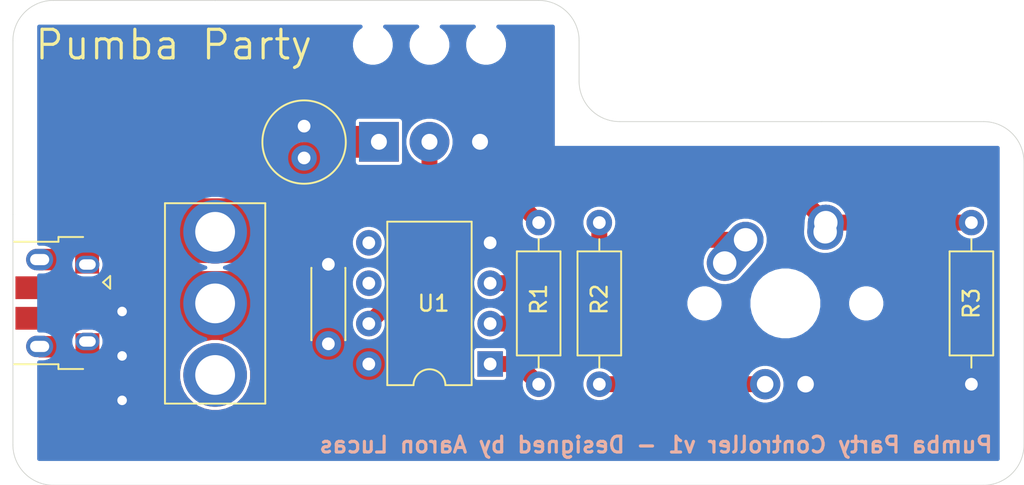
<source format=kicad_pcb>
(kicad_pcb (version 20171130) (host pcbnew "(5.1.8-0-10_14)")

  (general
    (thickness 1.6)
    (drawings 17)
    (tracks 37)
    (zones 0)
    (modules 13)
    (nets 16)
  )

  (page A4)
  (layers
    (0 F.Cu signal)
    (31 B.Cu signal)
    (32 B.Adhes user)
    (33 F.Adhes user)
    (34 B.Paste user)
    (35 F.Paste user)
    (36 B.SilkS user)
    (37 F.SilkS user)
    (38 B.Mask user)
    (39 F.Mask user)
    (40 Dwgs.User user)
    (41 Cmts.User user)
    (42 Eco1.User user)
    (43 Eco2.User user)
    (44 Edge.Cuts user)
    (45 Margin user)
    (46 B.CrtYd user)
    (47 F.CrtYd user)
    (48 B.Fab user hide)
    (49 F.Fab user hide)
  )

  (setup
    (last_trace_width 0.5)
    (user_trace_width 1)
    (user_trace_width 2)
    (trace_clearance 0.2)
    (zone_clearance 0.2)
    (zone_45_only no)
    (trace_min 0.2)
    (via_size 1.2)
    (via_drill 0.6)
    (via_min_size 0.4)
    (via_min_drill 0.3)
    (uvia_size 0.3)
    (uvia_drill 0.1)
    (uvias_allowed no)
    (uvia_min_size 0.2)
    (uvia_min_drill 0.1)
    (edge_width 0.05)
    (segment_width 0.2)
    (pcb_text_width 0.3)
    (pcb_text_size 1.5 1.5)
    (mod_edge_width 0.12)
    (mod_text_size 1 1)
    (mod_text_width 0.15)
    (pad_size 1.524 1.524)
    (pad_drill 0.762)
    (pad_to_mask_clearance 0.051)
    (solder_mask_min_width 0.25)
    (aux_axis_origin 0 0)
    (visible_elements FFFFFF7F)
    (pcbplotparams
      (layerselection 0x010f0_ffffffff)
      (usegerberextensions false)
      (usegerberattributes false)
      (usegerberadvancedattributes false)
      (creategerberjobfile false)
      (excludeedgelayer true)
      (linewidth 0.100000)
      (plotframeref false)
      (viasonmask false)
      (mode 1)
      (useauxorigin false)
      (hpglpennumber 1)
      (hpglpenspeed 20)
      (hpglpendiameter 15.000000)
      (psnegative false)
      (psa4output false)
      (plotreference true)
      (plotvalue true)
      (plotinvisibletext false)
      (padsonsilk false)
      (subtractmaskfromsilk false)
      (outputformat 1)
      (mirror false)
      (drillshape 0)
      (scaleselection 1)
      (outputdirectory "Gerbers/"))
  )

  (net 0 "")
  (net 1 GND)
  (net 2 +5V)
  (net 3 "Net-(J1-Pad6)")
  (net 4 "Net-(J1-Pad4)")
  (net 5 "Net-(J1-Pad3)")
  (net 6 "Net-(J1-Pad2)")
  (net 7 "Net-(J1-Pad1)")
  (net 8 "Net-(J2-Pad2)")
  (net 9 "Net-(MX1-Pad3)")
  (net 10 "Net-(MX1-Pad2)")
  (net 11 "Net-(R1-Pad2)")
  (net 12 "Net-(R2-Pad1)")
  (net 13 "Net-(U1-Pad6)")
  (net 14 "Net-(U1-Pad5)")
  (net 15 "Net-(SW1-Pad3)")

  (net_class Default "This is the default net class."
    (clearance 0.2)
    (trace_width 0.5)
    (via_dia 1.2)
    (via_drill 0.6)
    (uvia_dia 0.3)
    (uvia_drill 0.1)
    (add_net +5V)
    (add_net GND)
    (add_net "Net-(J1-Pad1)")
    (add_net "Net-(J1-Pad2)")
    (add_net "Net-(J1-Pad3)")
    (add_net "Net-(J1-Pad4)")
    (add_net "Net-(J1-Pad6)")
    (add_net "Net-(J2-Pad2)")
    (add_net "Net-(MX1-Pad2)")
    (add_net "Net-(MX1-Pad3)")
    (add_net "Net-(R1-Pad2)")
    (add_net "Net-(R2-Pad1)")
    (add_net "Net-(SW1-Pad3)")
    (add_net "Net-(U1-Pad5)")
    (add_net "Net-(U1-Pad6)")
  )

  (net_class Power ""
    (clearance 0.5)
    (trace_width 1)
    (via_dia 2.4)
    (via_drill 1.2)
    (uvia_dia 0.3)
    (uvia_drill 0.1)
  )

  (net_class ThickPower ""
    (clearance 1)
    (trace_width 2)
    (via_dia 5.08)
    (via_drill 2.54)
    (uvia_dia 0.3)
    (uvia_drill 0.1)
  )

  (module MountingHole:MountingHole_2.1mm (layer F.Cu) (tedit 5B924765) (tstamp 5FDA9C02)
    (at 133.858 78.994 180)
    (descr "Mounting Hole 2.1mm, no annular")
    (tags "mounting hole 2.1mm no annular")
    (attr virtual)
    (fp_text reference REF** (at 0 -3.2) (layer F.SilkS) hide
      (effects (font (size 1 1) (thickness 0.15)))
    )
    (fp_text value MountingHole_2.1mm (at 0 3.2) (layer F.Fab)
      (effects (font (size 1 1) (thickness 0.15)))
    )
    (fp_circle (center 0 0) (end 2.35 0) (layer F.CrtYd) (width 0.05))
    (fp_circle (center 0 0) (end 2.1 0) (layer Cmts.User) (width 0.15))
    (fp_text user %R (at 0.3 0) (layer F.Fab)
      (effects (font (size 1 1) (thickness 0.15)))
    )
    (pad "" np_thru_hole circle (at 0 0 180) (size 2.1 2.1) (drill 2.1) (layers *.Cu *.Mask))
  )

  (module MountingHole:MountingHole_2.1mm (layer F.Cu) (tedit 5B924765) (tstamp 5FDA9BED)
    (at 137.414 78.994 180)
    (descr "Mounting Hole 2.1mm, no annular")
    (tags "mounting hole 2.1mm no annular")
    (attr virtual)
    (fp_text reference REF** (at 0 -3.2) (layer F.SilkS) hide
      (effects (font (size 1 1) (thickness 0.15)))
    )
    (fp_text value MountingHole_2.1mm (at 0 3.2) (layer F.Fab)
      (effects (font (size 1 1) (thickness 0.15)))
    )
    (fp_circle (center 0 0) (end 2.35 0) (layer F.CrtYd) (width 0.05))
    (fp_circle (center 0 0) (end 2.1 0) (layer Cmts.User) (width 0.15))
    (fp_text user %R (at 0.3 0) (layer F.Fab)
      (effects (font (size 1 1) (thickness 0.15)))
    )
    (pad "" np_thru_hole circle (at 0 0 180) (size 2.1 2.1) (drill 2.1) (layers *.Cu *.Mask))
  )

  (module MountingHole:MountingHole_2.1mm (layer F.Cu) (tedit 5B924765) (tstamp 5FDA9BD8)
    (at 140.97 78.994 180)
    (descr "Mounting Hole 2.1mm, no annular")
    (tags "mounting hole 2.1mm no annular")
    (attr virtual)
    (fp_text reference REF** (at 0 3.302) (layer F.SilkS) hide
      (effects (font (size 1 1) (thickness 0.15)))
    )
    (fp_text value MountingHole_2.1mm (at 0 3.2) (layer F.Fab)
      (effects (font (size 1 1) (thickness 0.15)))
    )
    (fp_circle (center 0 0) (end 2.35 0) (layer F.CrtYd) (width 0.05))
    (fp_circle (center 0 0) (end 2.1 0) (layer Cmts.User) (width 0.15))
    (fp_text user %R (at 0.3 0) (layer F.Fab)
      (effects (font (size 1 1) (thickness 0.15)))
    )
    (pad "" np_thru_hole circle (at 0 0 180) (size 2.1 2.1) (drill 2.1) (layers *.Cu *.Mask))
  )

  (module Resistor_THT:R_Axial_DIN0207_L6.3mm_D2.5mm_P10.16mm_Horizontal (layer F.Cu) (tedit 5AE5139B) (tstamp 5FD495BA)
    (at 171.45 90.17 270)
    (descr "Resistor, Axial_DIN0207 series, Axial, Horizontal, pin pitch=10.16mm, 0.25W = 1/4W, length*diameter=6.3*2.5mm^2, http://cdn-reichelt.de/documents/datenblatt/B400/1_4W%23YAG.pdf")
    (tags "Resistor Axial_DIN0207 series Axial Horizontal pin pitch 10.16mm 0.25W = 1/4W length 6.3mm diameter 2.5mm")
    (path /5FD627C9)
    (fp_text reference R3 (at 5.08 0 90) (layer F.SilkS)
      (effects (font (size 1 1) (thickness 0.15)))
    )
    (fp_text value 10k (at 5.08 2.37 90) (layer F.Fab)
      (effects (font (size 1 1) (thickness 0.15)))
    )
    (fp_line (start 11.21 -1.5) (end -1.05 -1.5) (layer F.CrtYd) (width 0.05))
    (fp_line (start 11.21 1.5) (end 11.21 -1.5) (layer F.CrtYd) (width 0.05))
    (fp_line (start -1.05 1.5) (end 11.21 1.5) (layer F.CrtYd) (width 0.05))
    (fp_line (start -1.05 -1.5) (end -1.05 1.5) (layer F.CrtYd) (width 0.05))
    (fp_line (start 9.12 0) (end 8.35 0) (layer F.SilkS) (width 0.12))
    (fp_line (start 1.04 0) (end 1.81 0) (layer F.SilkS) (width 0.12))
    (fp_line (start 8.35 -1.37) (end 1.81 -1.37) (layer F.SilkS) (width 0.12))
    (fp_line (start 8.35 1.37) (end 8.35 -1.37) (layer F.SilkS) (width 0.12))
    (fp_line (start 1.81 1.37) (end 8.35 1.37) (layer F.SilkS) (width 0.12))
    (fp_line (start 1.81 -1.37) (end 1.81 1.37) (layer F.SilkS) (width 0.12))
    (fp_line (start 10.16 0) (end 8.23 0) (layer F.Fab) (width 0.1))
    (fp_line (start 0 0) (end 1.93 0) (layer F.Fab) (width 0.1))
    (fp_line (start 8.23 -1.25) (end 1.93 -1.25) (layer F.Fab) (width 0.1))
    (fp_line (start 8.23 1.25) (end 8.23 -1.25) (layer F.Fab) (width 0.1))
    (fp_line (start 1.93 1.25) (end 8.23 1.25) (layer F.Fab) (width 0.1))
    (fp_line (start 1.93 -1.25) (end 1.93 1.25) (layer F.Fab) (width 0.1))
    (fp_text user %R (at 5.08 0 90) (layer F.Fab)
      (effects (font (size 1 1) (thickness 0.15)))
    )
    (pad 1 thru_hole circle (at 0 0 270) (size 1.6 1.6) (drill 0.8) (layers *.Cu *.Mask)
      (net 10 "Net-(MX1-Pad2)"))
    (pad 2 thru_hole oval (at 10.16 0 270) (size 1.6 1.6) (drill 0.8) (layers *.Cu *.Mask)
      (net 1 GND))
    (model ${KISYS3DMOD}/Resistor_THT.3dshapes/R_Axial_DIN0207_L6.3mm_D2.5mm_P10.16mm_Horizontal.wrl
      (at (xyz 0 0 0))
      (scale (xyz 1 1 1))
      (rotate (xyz 0 0 0))
    )
  )

  (module Resistor_THT:R_Axial_DIN0207_L6.3mm_D2.5mm_P10.16mm_Horizontal (layer F.Cu) (tedit 5AE5139B) (tstamp 5FDC4E50)
    (at 148.082 90.17 270)
    (descr "Resistor, Axial_DIN0207 series, Axial, Horizontal, pin pitch=10.16mm, 0.25W = 1/4W, length*diameter=6.3*2.5mm^2, http://cdn-reichelt.de/documents/datenblatt/B400/1_4W%23YAG.pdf")
    (tags "Resistor Axial_DIN0207 series Axial Horizontal pin pitch 10.16mm 0.25W = 1/4W length 6.3mm diameter 2.5mm")
    (path /5FD5936B)
    (fp_text reference R2 (at 4.826 0 90) (layer F.SilkS)
      (effects (font (size 1 1) (thickness 0.15)))
    )
    (fp_text value R_LED (at 5.08 2.37 90) (layer F.Fab)
      (effects (font (size 1 1) (thickness 0.15)))
    )
    (fp_line (start 1.93 -1.25) (end 1.93 1.25) (layer F.Fab) (width 0.1))
    (fp_line (start 1.93 1.25) (end 8.23 1.25) (layer F.Fab) (width 0.1))
    (fp_line (start 8.23 1.25) (end 8.23 -1.25) (layer F.Fab) (width 0.1))
    (fp_line (start 8.23 -1.25) (end 1.93 -1.25) (layer F.Fab) (width 0.1))
    (fp_line (start 0 0) (end 1.93 0) (layer F.Fab) (width 0.1))
    (fp_line (start 10.16 0) (end 8.23 0) (layer F.Fab) (width 0.1))
    (fp_line (start 1.81 -1.37) (end 1.81 1.37) (layer F.SilkS) (width 0.12))
    (fp_line (start 1.81 1.37) (end 8.35 1.37) (layer F.SilkS) (width 0.12))
    (fp_line (start 8.35 1.37) (end 8.35 -1.37) (layer F.SilkS) (width 0.12))
    (fp_line (start 8.35 -1.37) (end 1.81 -1.37) (layer F.SilkS) (width 0.12))
    (fp_line (start 1.04 0) (end 1.81 0) (layer F.SilkS) (width 0.12))
    (fp_line (start 9.12 0) (end 8.35 0) (layer F.SilkS) (width 0.12))
    (fp_line (start -1.05 -1.5) (end -1.05 1.5) (layer F.CrtYd) (width 0.05))
    (fp_line (start -1.05 1.5) (end 11.21 1.5) (layer F.CrtYd) (width 0.05))
    (fp_line (start 11.21 1.5) (end 11.21 -1.5) (layer F.CrtYd) (width 0.05))
    (fp_line (start 11.21 -1.5) (end -1.05 -1.5) (layer F.CrtYd) (width 0.05))
    (fp_text user %R (at 5.08 0 90) (layer F.Fab)
      (effects (font (size 1 1) (thickness 0.15)))
    )
    (pad 2 thru_hole oval (at 10.16 0 270) (size 1.6 1.6) (drill 0.8) (layers *.Cu *.Mask)
      (net 9 "Net-(MX1-Pad3)"))
    (pad 1 thru_hole circle (at 0 0 270) (size 1.6 1.6) (drill 0.8) (layers *.Cu *.Mask)
      (net 12 "Net-(R2-Pad1)"))
    (model ${KISYS3DMOD}/Resistor_THT.3dshapes/R_Axial_DIN0207_L6.3mm_D2.5mm_P10.16mm_Horizontal.wrl
      (at (xyz 0 0 0))
      (scale (xyz 1 1 1))
      (rotate (xyz 0 0 0))
    )
  )

  (module Package_DIP:DIP-8_W7.62mm (layer F.Cu) (tedit 5A02E8C5) (tstamp 5FDC1875)
    (at 141.224 99.06 180)
    (descr "8-lead though-hole mounted DIP package, row spacing 7.62 mm (300 mils)")
    (tags "THT DIP DIL PDIP 2.54mm 7.62mm 300mil")
    (path /5FD41BB6)
    (fp_text reference U1 (at 3.556 3.81) (layer F.SilkS)
      (effects (font (size 1 1) (thickness 0.15)))
    )
    (fp_text value ATtiny85-20PU (at 3.81 9.95) (layer F.Fab)
      (effects (font (size 1 1) (thickness 0.15)))
    )
    (fp_line (start 8.7 -1.55) (end -1.1 -1.55) (layer F.CrtYd) (width 0.05))
    (fp_line (start 8.7 9.15) (end 8.7 -1.55) (layer F.CrtYd) (width 0.05))
    (fp_line (start -1.1 9.15) (end 8.7 9.15) (layer F.CrtYd) (width 0.05))
    (fp_line (start -1.1 -1.55) (end -1.1 9.15) (layer F.CrtYd) (width 0.05))
    (fp_line (start 6.46 -1.33) (end 4.81 -1.33) (layer F.SilkS) (width 0.12))
    (fp_line (start 6.46 8.95) (end 6.46 -1.33) (layer F.SilkS) (width 0.12))
    (fp_line (start 1.16 8.95) (end 6.46 8.95) (layer F.SilkS) (width 0.12))
    (fp_line (start 1.16 -1.33) (end 1.16 8.95) (layer F.SilkS) (width 0.12))
    (fp_line (start 2.81 -1.33) (end 1.16 -1.33) (layer F.SilkS) (width 0.12))
    (fp_line (start 0.635 -0.27) (end 1.635 -1.27) (layer F.Fab) (width 0.1))
    (fp_line (start 0.635 8.89) (end 0.635 -0.27) (layer F.Fab) (width 0.1))
    (fp_line (start 6.985 8.89) (end 0.635 8.89) (layer F.Fab) (width 0.1))
    (fp_line (start 6.985 -1.27) (end 6.985 8.89) (layer F.Fab) (width 0.1))
    (fp_line (start 1.635 -1.27) (end 6.985 -1.27) (layer F.Fab) (width 0.1))
    (fp_arc (start 3.81 -1.33) (end 2.81 -1.33) (angle -180) (layer F.SilkS) (width 0.12))
    (fp_text user %R (at 3.81 3.81) (layer F.Fab)
      (effects (font (size 1 1) (thickness 0.15)))
    )
    (pad 1 thru_hole rect (at 0 0 180) (size 1.6 1.6) (drill 0.8) (layers *.Cu *.Mask)
      (net 11 "Net-(R1-Pad2)"))
    (pad 5 thru_hole oval (at 7.62 7.62 180) (size 1.6 1.6) (drill 0.8) (layers *.Cu *.Mask)
      (net 14 "Net-(U1-Pad5)"))
    (pad 2 thru_hole oval (at 0 2.54 180) (size 1.6 1.6) (drill 0.8) (layers *.Cu *.Mask)
      (net 12 "Net-(R2-Pad1)"))
    (pad 6 thru_hole oval (at 7.62 5.08 180) (size 1.6 1.6) (drill 0.8) (layers *.Cu *.Mask)
      (net 13 "Net-(U1-Pad6)"))
    (pad 3 thru_hole oval (at 0 5.08 180) (size 1.6 1.6) (drill 0.8) (layers *.Cu *.Mask)
      (net 10 "Net-(MX1-Pad2)"))
    (pad 7 thru_hole oval (at 7.62 2.54 180) (size 1.6 1.6) (drill 0.8) (layers *.Cu *.Mask)
      (net 8 "Net-(J2-Pad2)"))
    (pad 4 thru_hole oval (at 0 7.62 180) (size 1.6 1.6) (drill 0.8) (layers *.Cu *.Mask)
      (net 1 GND))
    (pad 8 thru_hole oval (at 7.62 0 180) (size 1.6 1.6) (drill 0.8) (layers *.Cu *.Mask)
      (net 2 +5V))
    (model ${KISYS3DMOD}/Package_DIP.3dshapes/DIP-8_W7.62mm.wrl
      (at (xyz 0 0 0))
      (scale (xyz 1 1 1))
      (rotate (xyz 0 0 0))
    )
  )

  (module Switches:SPDT_Toggle_Switch_Jaycar_ST0546 (layer F.Cu) (tedit 5FD44C06) (tstamp 5FDAA22F)
    (at 123.952 95.25)
    (path /5FD4EA2C)
    (fp_text reference SW1 (at 0 -7.62) (layer F.SilkS) hide
      (effects (font (size 1 1) (thickness 0.15)))
    )
    (fp_text value SW_SPDT (at 0 -8) (layer F.Fab)
      (effects (font (size 1 1) (thickness 0.15)))
    )
    (fp_line (start -3.15 -6.3) (end 3.15 -6.3) (layer F.SilkS) (width 0.12))
    (fp_line (start 3.15 -6.3) (end 3.15 6.3) (layer F.SilkS) (width 0.12))
    (fp_line (start 3.15 6.3) (end -3.15 6.3) (layer F.SilkS) (width 0.12))
    (fp_line (start -3.15 6.3) (end -3.15 -6.3) (layer F.SilkS) (width 0.12))
    (pad 3 thru_hole circle (at 0 4.5) (size 4 4) (drill 2.5) (layers *.Cu *.Mask)
      (net 15 "Net-(SW1-Pad3)"))
    (pad 2 thru_hole circle (at 0 0) (size 4 4) (drill 2.5) (layers *.Cu *.Mask)
      (net 2 +5V))
    (pad 1 thru_hole circle (at 0 -4.5) (size 4 4) (drill 2.5) (layers *.Cu *.Mask)
      (net 7 "Net-(J1-Pad1)"))
  )

  (module Resistor_THT:R_Axial_DIN0207_L6.3mm_D2.5mm_P10.16mm_Horizontal (layer F.Cu) (tedit 5AE5139B) (tstamp 5FDC0B9C)
    (at 144.272 90.17 270)
    (descr "Resistor, Axial_DIN0207 series, Axial, Horizontal, pin pitch=10.16mm, 0.25W = 1/4W, length*diameter=6.3*2.5mm^2, http://cdn-reichelt.de/documents/datenblatt/B400/1_4W%23YAG.pdf")
    (tags "Resistor Axial_DIN0207 series Axial Horizontal pin pitch 10.16mm 0.25W = 1/4W length 6.3mm diameter 2.5mm")
    (path /5FD4CC78)
    (fp_text reference R1 (at 4.826 0 90) (layer F.SilkS)
      (effects (font (size 1 1) (thickness 0.15)))
    )
    (fp_text value 10k (at 5.08 2.37 90) (layer F.Fab)
      (effects (font (size 1 1) (thickness 0.15)))
    )
    (fp_line (start 1.93 -1.25) (end 1.93 1.25) (layer F.Fab) (width 0.1))
    (fp_line (start 1.93 1.25) (end 8.23 1.25) (layer F.Fab) (width 0.1))
    (fp_line (start 8.23 1.25) (end 8.23 -1.25) (layer F.Fab) (width 0.1))
    (fp_line (start 8.23 -1.25) (end 1.93 -1.25) (layer F.Fab) (width 0.1))
    (fp_line (start 0 0) (end 1.93 0) (layer F.Fab) (width 0.1))
    (fp_line (start 10.16 0) (end 8.23 0) (layer F.Fab) (width 0.1))
    (fp_line (start 1.81 -1.37) (end 1.81 1.37) (layer F.SilkS) (width 0.12))
    (fp_line (start 1.81 1.37) (end 8.35 1.37) (layer F.SilkS) (width 0.12))
    (fp_line (start 8.35 1.37) (end 8.35 -1.37) (layer F.SilkS) (width 0.12))
    (fp_line (start 8.35 -1.37) (end 1.81 -1.37) (layer F.SilkS) (width 0.12))
    (fp_line (start 1.04 0) (end 1.81 0) (layer F.SilkS) (width 0.12))
    (fp_line (start 9.12 0) (end 8.35 0) (layer F.SilkS) (width 0.12))
    (fp_line (start -1.05 -1.5) (end -1.05 1.5) (layer F.CrtYd) (width 0.05))
    (fp_line (start -1.05 1.5) (end 11.21 1.5) (layer F.CrtYd) (width 0.05))
    (fp_line (start 11.21 1.5) (end 11.21 -1.5) (layer F.CrtYd) (width 0.05))
    (fp_line (start 11.21 -1.5) (end -1.05 -1.5) (layer F.CrtYd) (width 0.05))
    (fp_text user %R (at 5.08 0 90) (layer F.Fab)
      (effects (font (size 1 1) (thickness 0.15)))
    )
    (pad 2 thru_hole oval (at 10.16 0 270) (size 1.6 1.6) (drill 0.8) (layers *.Cu *.Mask)
      (net 11 "Net-(R1-Pad2)"))
    (pad 1 thru_hole circle (at 0 0 270) (size 1.6 1.6) (drill 0.8) (layers *.Cu *.Mask)
      (net 2 +5V))
    (model ${KISYS3DMOD}/Resistor_THT.3dshapes/R_Axial_DIN0207_L6.3mm_D2.5mm_P10.16mm_Horizontal.wrl
      (at (xyz 0 0 0))
      (scale (xyz 1 1 1))
      (rotate (xyz 0 0 0))
    )
  )

  (module MX_Alps_Hybrid:MX-1U (layer F.Cu) (tedit 5A9F3A9A) (tstamp 5FD47EB2)
    (at 159.766 95.25)
    (path /5FD521B1)
    (fp_text reference MX1 (at 0 3.175) (layer Dwgs.User)
      (effects (font (size 1 1) (thickness 0.15)))
    )
    (fp_text value MX-LED (at 0 -7.9375) (layer Dwgs.User)
      (effects (font (size 1 1) (thickness 0.15)))
    )
    (fp_line (start 5 -7) (end 7 -7) (layer Dwgs.User) (width 0.15))
    (fp_line (start 7 -7) (end 7 -5) (layer Dwgs.User) (width 0.15))
    (fp_line (start 5 7) (end 7 7) (layer Dwgs.User) (width 0.15))
    (fp_line (start 7 7) (end 7 5) (layer Dwgs.User) (width 0.15))
    (fp_line (start -7 5) (end -7 7) (layer Dwgs.User) (width 0.15))
    (fp_line (start -7 7) (end -5 7) (layer Dwgs.User) (width 0.15))
    (fp_line (start -5 -7) (end -7 -7) (layer Dwgs.User) (width 0.15))
    (fp_line (start -7 -7) (end -7 -5) (layer Dwgs.User) (width 0.15))
    (fp_line (start -9.525 -9.525) (end 9.525 -9.525) (layer Dwgs.User) (width 0.15))
    (fp_line (start 9.525 -9.525) (end 9.525 9.525) (layer Dwgs.User) (width 0.15))
    (fp_line (start 9.525 9.525) (end -9.525 9.525) (layer Dwgs.User) (width 0.15))
    (fp_line (start -9.525 9.525) (end -9.525 -9.525) (layer Dwgs.User) (width 0.15))
    (pad "" np_thru_hole circle (at 5.08 0 48.0996) (size 1.75 1.75) (drill 1.75) (layers *.Cu *.Mask))
    (pad "" np_thru_hole circle (at -5.08 0 48.0996) (size 1.75 1.75) (drill 1.75) (layers *.Cu *.Mask))
    (pad 4 thru_hole rect (at 1.27 5.08) (size 1.905 1.905) (drill 1.04) (layers *.Cu B.Mask)
      (net 1 GND))
    (pad 3 thru_hole circle (at -1.27 5.08) (size 1.905 1.905) (drill 1.04) (layers *.Cu B.Mask)
      (net 9 "Net-(MX1-Pad3)"))
    (pad 1 thru_hole circle (at -2.5 -4) (size 2.25 2.25) (drill 1.47) (layers *.Cu B.Mask)
      (net 2 +5V))
    (pad "" np_thru_hole circle (at 0 0) (size 3.9878 3.9878) (drill 3.9878) (layers *.Cu *.Mask))
    (pad 1 thru_hole oval (at -3.81 -2.54 48.0996) (size 4.211556 2.25) (drill 1.47 (offset 0.980778 0)) (layers *.Cu B.Mask)
      (net 2 +5V))
    (pad 2 thru_hole circle (at 2.54 -5.08) (size 2.25 2.25) (drill 1.47) (layers *.Cu B.Mask)
      (net 10 "Net-(MX1-Pad2)"))
    (pad 2 thru_hole oval (at 2.5 -4.5 86.0548) (size 2.831378 2.25) (drill 1.47 (offset 0.290689 0)) (layers *.Cu B.Mask)
      (net 10 "Net-(MX1-Pad2)"))
  )

  (module Connector_Wire:SolderWirePad_1x03_P3.175mm_Drill1mm (layer F.Cu) (tedit 5AEE5F67) (tstamp 5FD48BF4)
    (at 134.239 85.09)
    (descr "Wire solder connection")
    (tags connector)
    (path /5FD7C6A4)
    (attr virtual)
    (fp_text reference J2 (at 9.525 0) (layer F.SilkS) hide
      (effects (font (size 1 1) (thickness 0.15)))
    )
    (fp_text value Conn_01x03 (at 3.175 3.175) (layer F.Fab)
      (effects (font (size 1 1) (thickness 0.15)))
    )
    (fp_line (start 8.1 1.75) (end -1.74 1.75) (layer F.CrtYd) (width 0.05))
    (fp_line (start 8.1 1.75) (end 8.1 -1.75) (layer F.CrtYd) (width 0.05))
    (fp_line (start -1.74 -1.75) (end -1.74 1.75) (layer F.CrtYd) (width 0.05))
    (fp_line (start -1.74 -1.75) (end 8.1 -1.75) (layer F.CrtYd) (width 0.05))
    (fp_text user %R (at 3.175 0) (layer F.Fab)
      (effects (font (size 1 1) (thickness 0.15)))
    )
    (pad 1 thru_hole rect (at 0 0) (size 2.49936 2.49936) (drill 1.00076) (layers *.Cu *.Mask)
      (net 2 +5V))
    (pad 2 thru_hole circle (at 3.175 0) (size 2.49936 2.49936) (drill 1.00076) (layers *.Cu *.Mask)
      (net 8 "Net-(J2-Pad2)"))
    (pad 3 thru_hole circle (at 6.35 0) (size 2.49936 2.49936) (drill 1.00076) (layers *.Cu *.Mask)
      (net 1 GND))
  )

  (module Connector_USB:USB_Micro-B_Amphenol_10103594-0001LF_Horizontal (layer F.Cu) (tedit 5A1DC0BD) (tstamp 5FDAA38E)
    (at 114.046 95.25 270)
    (descr "Micro USB Type B 10103594-0001LF, http://cdn.amphenol-icc.com/media/wysiwyg/files/drawing/10103594.pdf")
    (tags "USB USB_B USB_micro USB_OTG")
    (path /5FD44597)
    (attr smd)
    (fp_text reference J1 (at 5.08 -2.032 180) (layer F.SilkS) hide
      (effects (font (size 1 1) (thickness 0.15)))
    )
    (fp_text value USB_B_Micro (at -0.025 4.435 90) (layer F.Fab)
      (effects (font (size 1 1) (thickness 0.15)))
    )
    (fp_line (start -4.175 -0.065) (end -4.175 -1.615) (layer F.SilkS) (width 0.12))
    (fp_line (start -4.175 -0.065) (end -3.875 -0.065) (layer F.SilkS) (width 0.12))
    (fp_line (start -3.875 2.735) (end -3.875 -0.065) (layer F.SilkS) (width 0.12))
    (fp_line (start 4.125 -0.065) (end 4.125 -1.615) (layer F.SilkS) (width 0.12))
    (fp_line (start 3.825 -0.065) (end 4.125 -0.065) (layer F.SilkS) (width 0.12))
    (fp_line (start 3.825 2.735) (end 3.825 -0.065) (layer F.SilkS) (width 0.12))
    (fp_line (start -0.925 -3.315) (end -1.325 -2.865) (layer F.SilkS) (width 0.12))
    (fp_line (start -1.725 -3.315) (end -0.925 -3.315) (layer F.SilkS) (width 0.12))
    (fp_line (start -1.325 -2.865) (end -1.725 -3.315) (layer F.SilkS) (width 0.12))
    (fp_line (start -3.775 -0.865) (end -2.975 -1.615) (layer F.Fab) (width 0.12))
    (fp_line (start 3.725 3.335) (end -3.775 3.335) (layer F.Fab) (width 0.12))
    (fp_line (start 3.725 -1.615) (end 3.725 3.335) (layer F.Fab) (width 0.12))
    (fp_line (start -2.975 -1.615) (end 3.725 -1.615) (layer F.Fab) (width 0.12))
    (fp_line (start -3.775 3.335) (end -3.775 -0.865) (layer F.Fab) (width 0.12))
    (fp_line (start -4.025 2.835) (end 3.975 2.835) (layer Dwgs.User) (width 0.1))
    (fp_line (start -4.13 -2.88) (end 4.14 -2.88) (layer F.CrtYd) (width 0.05))
    (fp_line (start -4.13 -2.88) (end -4.13 3.58) (layer F.CrtYd) (width 0.05))
    (fp_line (start 4.14 3.58) (end 4.14 -2.88) (layer F.CrtYd) (width 0.05))
    (fp_line (start 4.14 3.58) (end -4.13 3.58) (layer F.CrtYd) (width 0.05))
    (fp_text user %R (at -0.025 -0.015 90) (layer F.Fab)
      (effects (font (size 1 1) (thickness 0.15)))
    )
    (fp_text user "PCB edge" (at -0.025 2.235 90) (layer Dwgs.User)
      (effects (font (size 0.5 0.5) (thickness 0.075)))
    )
    (pad 6 smd rect (at 0.935 1.385) (size 2.5 1.43) (layers F.Cu F.Paste F.Mask)
      (net 3 "Net-(J1-Pad6)"))
    (pad 6 smd rect (at -0.985 1.385) (size 2.5 1.43) (layers F.Cu F.Paste F.Mask)
      (net 3 "Net-(J1-Pad6)"))
    (pad 6 thru_hole oval (at 2.705 1.115) (size 1.7 1.35) (drill oval 1.2 0.7) (layers *.Cu *.Mask)
      (net 3 "Net-(J1-Pad6)"))
    (pad 6 thru_hole oval (at -2.755 1.115) (size 1.7 1.35) (drill oval 1.2 0.7) (layers *.Cu *.Mask)
      (net 3 "Net-(J1-Pad6)"))
    (pad 6 thru_hole oval (at 2.395 -1.885) (size 1.5 1.1) (drill oval 1.05 0.65) (layers *.Cu *.Mask)
      (net 3 "Net-(J1-Pad6)"))
    (pad 6 thru_hole oval (at -2.445 -1.885) (size 1.5 1.1) (drill oval 1.05 0.65) (layers *.Cu *.Mask)
      (net 3 "Net-(J1-Pad6)"))
    (pad 5 smd rect (at 1.275 -1.765) (size 1.65 0.4) (layers F.Cu F.Paste F.Mask)
      (net 1 GND))
    (pad 4 smd rect (at 0.625 -1.765) (size 1.65 0.4) (layers F.Cu F.Paste F.Mask)
      (net 4 "Net-(J1-Pad4)"))
    (pad 3 smd rect (at -0.025 -1.765) (size 1.65 0.4) (layers F.Cu F.Paste F.Mask)
      (net 5 "Net-(J1-Pad3)"))
    (pad 2 smd rect (at -0.675 -1.765) (size 1.65 0.4) (layers F.Cu F.Paste F.Mask)
      (net 6 "Net-(J1-Pad2)"))
    (pad 1 smd rect (at -1.325 -1.765) (size 1.65 0.4) (layers F.Cu F.Paste F.Mask)
      (net 7 "Net-(J1-Pad1)"))
    (pad 6 smd rect (at 2.875 -1.885 270) (size 2 1.5) (layers F.Cu F.Paste F.Mask)
      (net 3 "Net-(J1-Pad6)"))
    (pad 6 smd rect (at -2.875 -1.865 270) (size 2 1.5) (layers F.Cu F.Paste F.Mask)
      (net 3 "Net-(J1-Pad6)"))
    (pad 6 smd rect (at 2.975 -0.565 270) (size 1.825 0.7) (layers F.Cu F.Paste F.Mask)
      (net 3 "Net-(J1-Pad6)"))
    (pad 6 smd rect (at -2.975 -0.565 270) (size 1.825 0.7) (layers F.Cu F.Paste F.Mask)
      (net 3 "Net-(J1-Pad6)"))
    (pad 6 smd rect (at -2.755 0.185 270) (size 1.35 2) (layers F.Cu F.Paste F.Mask)
      (net 3 "Net-(J1-Pad6)"))
    (pad 6 smd rect (at 2.725 0.185 270) (size 1.35 2) (layers F.Cu F.Paste F.Mask)
      (net 3 "Net-(J1-Pad6)"))
    (model ${KISYS3DMOD}/Connector_USB.3dshapes/USB_Micro-B_Amphenol_10103594-0001LF_Horizontal.wrl
      (at (xyz 0 0 0))
      (scale (xyz 1 1 1))
      (rotate (xyz 0 0 0))
    )
  )

  (module Capacitor_THT:C_Radial_D5.0mm_H11.0mm_P2.00mm (layer F.Cu) (tedit 5BC5C9B9) (tstamp 5FD48FDC)
    (at 129.54 86.106 90)
    (descr "C, Radial series, Radial, pin pitch=2.00mm, diameter=5mm, height=11mm, Non-Polar Electrolytic Capacitor")
    (tags "C Radial series Radial pin pitch 2.00mm diameter 5mm height 11mm Non-Polar Electrolytic Capacitor")
    (path /5FD47CAB)
    (fp_text reference C2 (at 1.016 -4.064 180) (layer F.SilkS) hide
      (effects (font (size 1 1) (thickness 0.15)))
    )
    (fp_text value 10u (at 1 3.75 90) (layer F.Fab)
      (effects (font (size 1 1) (thickness 0.15)))
    )
    (fp_circle (center 1 0) (end 3.5 0) (layer F.Fab) (width 0.1))
    (fp_circle (center 1 0) (end 3.62 0) (layer F.SilkS) (width 0.12))
    (fp_circle (center 1 0) (end 3.75 0) (layer F.CrtYd) (width 0.05))
    (fp_text user %R (at 1 0 90) (layer F.Fab)
      (effects (font (size 1 1) (thickness 0.15)))
    )
    (pad 2 thru_hole circle (at 2 0 90) (size 1.6 1.6) (drill 0.8) (layers *.Cu *.Mask)
      (net 1 GND))
    (pad 1 thru_hole circle (at 0 0 90) (size 1.6 1.6) (drill 0.8) (layers *.Cu *.Mask)
      (net 2 +5V))
    (model ${KISYS3DMOD}/Capacitor_THT.3dshapes/C_Radial_D5.0mm_H11.0mm_P2.00mm.wrl
      (at (xyz 0 0 0))
      (scale (xyz 1 1 1))
      (rotate (xyz 0 0 0))
    )
  )

  (module Capacitor_THT:C_Disc_D4.3mm_W1.9mm_P5.00mm (layer F.Cu) (tedit 5AE50EF0) (tstamp 5FDAA76A)
    (at 131.064 97.79 90)
    (descr "C, Disc series, Radial, pin pitch=5.00mm, , diameter*width=4.3*1.9mm^2, Capacitor, http://www.vishay.com/docs/45233/krseries.pdf")
    (tags "C Disc series Radial pin pitch 5.00mm  diameter 4.3mm width 1.9mm Capacitor")
    (path /5FD485FE)
    (fp_text reference C1 (at 6.858 0 180) (layer F.SilkS) hide
      (effects (font (size 1 1) (thickness 0.15)))
    )
    (fp_text value 0.1u (at 2.5 2.2 90) (layer F.Fab)
      (effects (font (size 1 1) (thickness 0.15)))
    )
    (fp_line (start 0.35 -0.95) (end 0.35 0.95) (layer F.Fab) (width 0.1))
    (fp_line (start 0.35 0.95) (end 4.65 0.95) (layer F.Fab) (width 0.1))
    (fp_line (start 4.65 0.95) (end 4.65 -0.95) (layer F.Fab) (width 0.1))
    (fp_line (start 4.65 -0.95) (end 0.35 -0.95) (layer F.Fab) (width 0.1))
    (fp_line (start 0.23 -1.07) (end 4.77 -1.07) (layer F.SilkS) (width 0.12))
    (fp_line (start 0.23 1.07) (end 4.77 1.07) (layer F.SilkS) (width 0.12))
    (fp_line (start 0.23 -1.07) (end 0.23 -1.055) (layer F.SilkS) (width 0.12))
    (fp_line (start 0.23 1.055) (end 0.23 1.07) (layer F.SilkS) (width 0.12))
    (fp_line (start 4.77 -1.07) (end 4.77 -1.055) (layer F.SilkS) (width 0.12))
    (fp_line (start 4.77 1.055) (end 4.77 1.07) (layer F.SilkS) (width 0.12))
    (fp_line (start -1.05 -1.2) (end -1.05 1.2) (layer F.CrtYd) (width 0.05))
    (fp_line (start -1.05 1.2) (end 6.05 1.2) (layer F.CrtYd) (width 0.05))
    (fp_line (start 6.05 1.2) (end 6.05 -1.2) (layer F.CrtYd) (width 0.05))
    (fp_line (start 6.05 -1.2) (end -1.05 -1.2) (layer F.CrtYd) (width 0.05))
    (fp_text user %R (at 2.5 0 90) (layer F.Fab)
      (effects (font (size 0.86 0.86) (thickness 0.129)))
    )
    (pad 2 thru_hole circle (at 5 0 90) (size 1.6 1.6) (drill 0.8) (layers *.Cu *.Mask)
      (net 1 GND))
    (pad 1 thru_hole circle (at 0 0 90) (size 1.6 1.6) (drill 0.8) (layers *.Cu *.Mask)
      (net 2 +5V))
    (model ${KISYS3DMOD}/Capacitor_THT.3dshapes/C_Disc_D4.3mm_W1.9mm_P5.00mm.wrl
      (at (xyz 0 0 0))
      (scale (xyz 1 1 1))
      (rotate (xyz 0 0 0))
    )
  )

  (gr_text "Pumba Party Controller v1 - Designed by Aaron Lucas" (at 151.638 104.14) (layer B.SilkS)
    (effects (font (size 1 1) (thickness 0.2)) (justify mirror))
  )
  (gr_text "Pumba Party" (at 112.522 78.994) (layer F.SilkS)
    (effects (font (size 1.8 1.8) (thickness 0.2)) (justify left))
  )
  (gr_line (start 146.812 78.74) (end 146.812 81.28) (layer Edge.Cuts) (width 0.05) (tstamp 5FDC250C))
  (gr_arc (start 144.272 78.74) (end 146.812 78.74) (angle -90) (layer Edge.Cuts) (width 0.05))
  (gr_arc (start 149.352 81.28) (end 146.812 81.28) (angle -90) (layer Edge.Cuts) (width 0.05))
  (gr_arc (start 113.792 78.74) (end 113.792 76.2) (angle -90) (layer Edge.Cuts) (width 0.05))
  (gr_line (start 111.252 78.74) (end 111.252 89.662) (layer Edge.Cuts) (width 0.05) (tstamp 5FDC2492))
  (gr_line (start 123.952 76.2) (end 113.792 76.2) (layer Edge.Cuts) (width 0.05))
  (gr_line (start 144.272 76.2) (end 123.952 76.2) (layer Edge.Cuts) (width 0.05))
  (gr_arc (start 113.792 104.14) (end 111.252 104.14) (angle -90) (layer Edge.Cuts) (width 0.05))
  (gr_arc (start 172.212 104.14) (end 172.212 106.68) (angle -90) (layer Edge.Cuts) (width 0.05))
  (gr_arc (start 172.212 86.36) (end 174.752 86.36) (angle -90) (layer Edge.Cuts) (width 0.05))
  (gr_line (start 149.352 83.82) (end 162.052 83.82) (layer Edge.Cuts) (width 0.05))
  (gr_line (start 172.212 83.82) (end 162.052 83.82) (layer Edge.Cuts) (width 0.05))
  (gr_line (start 174.752 104.14) (end 174.752 86.36) (layer Edge.Cuts) (width 0.05))
  (gr_line (start 113.792 106.68) (end 172.212 106.68) (layer Edge.Cuts) (width 0.05))
  (gr_line (start 111.252 89.662) (end 111.252 104.14) (layer Edge.Cuts) (width 0.05))

  (via (at 118.11 95.758) (size 1.2) (drill 0.6) (layers F.Cu B.Cu) (net 1))
  (via (at 118.11 101.346) (size 1.2) (drill 0.6) (layers F.Cu B.Cu) (net 1) (tstamp 5FDC461F))
  (via (at 118.11 98.552) (size 1.2) (drill 0.6) (layers F.Cu B.Cu) (net 1))
  (segment (start 131.516002 85.09) (end 130.500001 86.106001) (width 2) (layer F.Cu) (net 2))
  (segment (start 134.239 85.09) (end 131.516002 85.09) (width 2) (layer F.Cu) (net 2))
  (segment (start 130.500001 86.106001) (end 129.540001 86.106001) (width 2) (layer F.Cu) (net 2))
  (segment (start 129.540001 86.106001) (end 128.27 87.376002) (width 2) (layer F.Cu) (net 2))
  (segment (start 128.27 87.376002) (end 128.27 93.472) (width 2) (layer F.Cu) (net 2))
  (segment (start 135.636 100.33) (end 134.112 100.33) (width 1) (layer F.Cu) (net 2))
  (segment (start 139.192 91.186) (end 139.192 96.774) (width 1) (layer F.Cu) (net 2))
  (segment (start 141.007999 89.370001) (end 139.192 91.186) (width 1) (layer F.Cu) (net 2))
  (segment (start 143.472001 89.370001) (end 141.007999 89.370001) (width 1) (layer F.Cu) (net 2))
  (segment (start 139.192 96.774) (end 135.636 100.33) (width 1) (layer F.Cu) (net 2))
  (segment (start 144.272 90.17) (end 143.472001 89.370001) (width 1) (layer F.Cu) (net 2))
  (segment (start 133.35 103.124) (end 133.35 101.346) (width 1) (layer F.Cu) (net 2))
  (segment (start 143.764 103.886) (end 134.112 103.886) (width 1) (layer F.Cu) (net 2))
  (segment (start 146.05 99.06) (end 146.05 101.6) (width 1) (layer F.Cu) (net 2))
  (segment (start 146.05 101.6) (end 143.764 103.886) (width 1) (layer F.Cu) (net 2))
  (segment (start 134.112 103.886) (end 133.35 103.124) (width 1) (layer F.Cu) (net 2))
  (segment (start 153.86 91.25) (end 146.05 99.06) (width 1) (layer F.Cu) (net 2))
  (segment (start 157.266 91.25) (end 153.86 91.25) (width 1) (layer F.Cu) (net 2))
  (segment (start 137.414 92.71) (end 137.414 85.09) (width 1) (layer F.Cu) (net 8))
  (segment (start 133.604 96.52) (end 137.414 92.71) (width 1) (layer F.Cu) (net 8))
  (segment (start 148.082 100.33) (end 158.496 100.33) (width 1) (layer F.Cu) (net 9))
  (segment (start 171.45 90.17) (end 162.306 90.17) (width 1) (layer F.Cu) (net 10))
  (segment (start 161.181001 89.045001) (end 162.306 90.17) (width 1) (layer F.Cu) (net 10))
  (segment (start 160.02 87.884) (end 161.181001 89.045001) (width 1) (layer F.Cu) (net 10))
  (segment (start 141.224 93.98) (end 144.272 93.98) (width 1) (layer F.Cu) (net 10))
  (segment (start 146.05 89.154) (end 147.32 87.884) (width 1) (layer F.Cu) (net 10))
  (segment (start 144.272 93.98) (end 146.05 92.202) (width 1) (layer F.Cu) (net 10))
  (segment (start 147.32 87.884) (end 160.02 87.884) (width 1) (layer F.Cu) (net 10))
  (segment (start 146.05 92.202) (end 146.05 89.154) (width 1) (layer F.Cu) (net 10))
  (segment (start 141.224 99.06) (end 143.002 99.06) (width 1) (layer F.Cu) (net 11))
  (segment (start 143.002 99.06) (end 144.272 100.33) (width 1) (layer F.Cu) (net 11))
  (segment (start 148.082 93.726) (end 148.082 90.17) (width 1) (layer F.Cu) (net 12))
  (segment (start 145.288 96.52) (end 148.082 93.726) (width 1) (layer F.Cu) (net 12))
  (segment (start 141.224 96.52) (end 145.288 96.52) (width 1) (layer F.Cu) (net 12))

  (zone (net 7) (net_name "Net-(J1-Pad1)") (layer F.Cu) (tstamp 5FDC556B) (hatch edge 0.508)
    (connect_pads yes (clearance 0.2))
    (min_thickness 0.254)
    (fill yes (arc_segments 32) (thermal_gap 0.508) (thermal_bridge_width 0.508))
    (polygon
      (pts
        (xy 114.808 93.472) (xy 114.808 94.234) (xy 119.38 94.234) (xy 120.904 92.71) (xy 126.492 92.71)
        (xy 126.492 88.646) (xy 120.904 88.646) (xy 119.38 90.17) (xy 116.84 92.456) (xy 116.84 93.472)
      )
    )
    (filled_polygon
      (pts
        (xy 126.365 92.583) (xy 120.904 92.583) (xy 120.879224 92.58544) (xy 120.855399 92.592667) (xy 120.833443 92.604403)
        (xy 120.814197 92.620197) (xy 119.327394 94.107) (xy 116.824894 94.107) (xy 116.81855 94.101794) (xy 116.761743 94.07143)
        (xy 116.700103 94.052732) (xy 116.636 94.046418) (xy 114.986 94.046418) (xy 114.935 94.051441) (xy 114.935 93.612548)
        (xy 114.97845 93.648206) (xy 115.035257 93.67857) (xy 115.096897 93.697268) (xy 115.161 93.703582) (xy 116.661 93.703582)
        (xy 116.725103 93.697268) (xy 116.786743 93.67857) (xy 116.84355 93.648206) (xy 116.893343 93.607343) (xy 116.934206 93.55755)
        (xy 116.935911 93.55436) (xy 116.945597 93.542557) (xy 116.957333 93.520601) (xy 116.961765 93.505992) (xy 116.96457 93.500743)
        (xy 116.983268 93.439103) (xy 116.989582 93.375) (xy 116.989582 92.995805) (xy 116.99531 92.976922) (xy 117.012243 92.805)
        (xy 116.99531 92.633078) (xy 116.989582 92.614195) (xy 116.989582 92.492237) (xy 119.464959 90.264398) (xy 119.469803 90.259803)
        (xy 120.956606 88.773) (xy 126.365 88.773)
      )
    )
  )
  (zone (net 2) (net_name +5V) (layer F.Cu) (tstamp 5FDC5568) (hatch edge 0.508)
    (connect_pads yes (clearance 0.2))
    (min_thickness 0.254)
    (fill yes (arc_segments 32) (thermal_gap 0.508) (thermal_bridge_width 0.508))
    (polygon
      (pts
        (xy 120.904 93.218) (xy 120.904 97.536) (xy 120.904 102.362) (xy 127 102.362) (xy 131.826 102.362)
        (xy 134.62 102.362) (xy 134.62 98.044) (xy 132.08 98.044) (xy 132.08 94.488) (xy 129.286 94.488)
        (xy 129.286 93.218)
      )
    )
    (filled_polygon
      (pts
        (xy 129.159 94.488) (xy 129.16144 94.512776) (xy 129.168667 94.536601) (xy 129.180403 94.558557) (xy 129.196197 94.577803)
        (xy 129.215443 94.593597) (xy 129.237399 94.605333) (xy 129.261224 94.61256) (xy 129.286 94.615) (xy 131.953 94.615)
        (xy 131.953 98.044) (xy 131.95544 98.068776) (xy 131.962667 98.092601) (xy 131.974403 98.114557) (xy 131.990197 98.133803)
        (xy 132.009443 98.149597) (xy 132.031399 98.161333) (xy 132.055224 98.16856) (xy 132.08 98.171) (xy 134.493 98.171)
        (xy 134.493 102.235) (xy 121.031 102.235) (xy 121.031 99.520811) (xy 121.625 99.520811) (xy 121.625 99.979189)
        (xy 121.714426 100.428761) (xy 121.88984 100.852248) (xy 122.144501 101.233376) (xy 122.468624 101.557499) (xy 122.849752 101.81216)
        (xy 123.273239 101.987574) (xy 123.722811 102.077) (xy 124.181189 102.077) (xy 124.630761 101.987574) (xy 125.054248 101.81216)
        (xy 125.435376 101.557499) (xy 125.759499 101.233376) (xy 126.01416 100.852248) (xy 126.189574 100.428761) (xy 126.279 99.979189)
        (xy 126.279 99.520811) (xy 126.189574 99.071239) (xy 126.01416 98.647752) (xy 125.759499 98.266624) (xy 125.435376 97.942501)
        (xy 125.054248 97.68784) (xy 124.630761 97.512426) (xy 124.181189 97.423) (xy 123.722811 97.423) (xy 123.273239 97.512426)
        (xy 122.849752 97.68784) (xy 122.468624 97.942501) (xy 122.144501 98.266624) (xy 121.88984 98.647752) (xy 121.714426 99.071239)
        (xy 121.625 99.520811) (xy 121.031 99.520811) (xy 121.031 93.345) (xy 129.159 93.345)
      )
    )
  )
  (zone (net 1) (net_name GND) (layer B.Cu) (tstamp 5FDC5565) (hatch edge 0.508)
    (connect_pads yes (clearance 0.2))
    (min_thickness 0.254)
    (fill yes (arc_segments 32) (thermal_gap 0.508) (thermal_bridge_width 0.508))
    (polygon
      (pts
        (xy 145.288 85.344) (xy 173.228 85.344) (xy 173.228 105.156) (xy 112.776 105.156) (xy 112.776 77.724)
        (xy 145.288 77.724)
      )
    )
    (filled_polygon
      (pts
        (xy 132.980213 77.924414) (xy 132.788414 78.116213) (xy 132.637718 78.341746) (xy 132.533917 78.592344) (xy 132.481 78.858377)
        (xy 132.481 79.129623) (xy 132.533917 79.395656) (xy 132.637718 79.646254) (xy 132.788414 79.871787) (xy 132.980213 80.063586)
        (xy 133.205746 80.214282) (xy 133.456344 80.318083) (xy 133.722377 80.371) (xy 133.993623 80.371) (xy 134.259656 80.318083)
        (xy 134.510254 80.214282) (xy 134.735787 80.063586) (xy 134.927586 79.871787) (xy 135.078282 79.646254) (xy 135.182083 79.395656)
        (xy 135.235 79.129623) (xy 135.235 78.858377) (xy 135.182083 78.592344) (xy 135.078282 78.341746) (xy 134.927586 78.116213)
        (xy 134.735787 77.924414) (xy 134.625915 77.851) (xy 136.646085 77.851) (xy 136.536213 77.924414) (xy 136.344414 78.116213)
        (xy 136.193718 78.341746) (xy 136.089917 78.592344) (xy 136.037 78.858377) (xy 136.037 79.129623) (xy 136.089917 79.395656)
        (xy 136.193718 79.646254) (xy 136.344414 79.871787) (xy 136.536213 80.063586) (xy 136.761746 80.214282) (xy 137.012344 80.318083)
        (xy 137.278377 80.371) (xy 137.549623 80.371) (xy 137.815656 80.318083) (xy 138.066254 80.214282) (xy 138.291787 80.063586)
        (xy 138.483586 79.871787) (xy 138.634282 79.646254) (xy 138.738083 79.395656) (xy 138.791 79.129623) (xy 138.791 78.858377)
        (xy 138.738083 78.592344) (xy 138.634282 78.341746) (xy 138.483586 78.116213) (xy 138.291787 77.924414) (xy 138.181915 77.851)
        (xy 140.202085 77.851) (xy 140.092213 77.924414) (xy 139.900414 78.116213) (xy 139.749718 78.341746) (xy 139.645917 78.592344)
        (xy 139.593 78.858377) (xy 139.593 79.129623) (xy 139.645917 79.395656) (xy 139.749718 79.646254) (xy 139.900414 79.871787)
        (xy 140.092213 80.063586) (xy 140.317746 80.214282) (xy 140.568344 80.318083) (xy 140.834377 80.371) (xy 141.105623 80.371)
        (xy 141.371656 80.318083) (xy 141.622254 80.214282) (xy 141.847787 80.063586) (xy 142.039586 79.871787) (xy 142.190282 79.646254)
        (xy 142.294083 79.395656) (xy 142.347 79.129623) (xy 142.347 78.858377) (xy 142.294083 78.592344) (xy 142.190282 78.341746)
        (xy 142.039586 78.116213) (xy 141.847787 77.924414) (xy 141.737915 77.851) (xy 145.161 77.851) (xy 145.161 85.344)
        (xy 145.16344 85.368776) (xy 145.170667 85.392601) (xy 145.182403 85.414557) (xy 145.198197 85.433803) (xy 145.217443 85.449597)
        (xy 145.239399 85.461333) (xy 145.263224 85.46856) (xy 145.288 85.471) (xy 173.101 85.471) (xy 173.101 105.029)
        (xy 112.903 105.029) (xy 112.903 98.957) (xy 113.155223 98.957) (xy 113.302426 98.942502) (xy 113.491304 98.885206)
        (xy 113.665375 98.792164) (xy 113.817949 98.666949) (xy 113.943164 98.514375) (xy 114.036206 98.340304) (xy 114.093502 98.151426)
        (xy 114.112848 97.955) (xy 114.093502 97.758574) (xy 114.05905 97.645) (xy 114.849757 97.645) (xy 114.86669 97.816922)
        (xy 114.916838 97.982237) (xy 114.998273 98.134592) (xy 115.107867 98.268133) (xy 115.241408 98.377727) (xy 115.393763 98.459162)
        (xy 115.559078 98.50931) (xy 115.687921 98.522) (xy 116.174079 98.522) (xy 116.302922 98.50931) (xy 116.468237 98.459162)
        (xy 116.620592 98.377727) (xy 116.754133 98.268133) (xy 116.863727 98.134592) (xy 116.945162 97.982237) (xy 116.99531 97.816922)
        (xy 117.012243 97.645) (xy 116.99531 97.473078) (xy 116.945162 97.307763) (xy 116.863727 97.155408) (xy 116.754133 97.021867)
        (xy 116.620592 96.912273) (xy 116.468237 96.830838) (xy 116.302922 96.78069) (xy 116.174079 96.768) (xy 115.687921 96.768)
        (xy 115.559078 96.78069) (xy 115.393763 96.830838) (xy 115.241408 96.912273) (xy 115.107867 97.021867) (xy 114.998273 97.155408)
        (xy 114.916838 97.307763) (xy 114.86669 97.473078) (xy 114.849757 97.645) (xy 114.05905 97.645) (xy 114.036206 97.569696)
        (xy 113.943164 97.395625) (xy 113.817949 97.243051) (xy 113.665375 97.117836) (xy 113.491304 97.024794) (xy 113.302426 96.967498)
        (xy 113.155223 96.953) (xy 112.903 96.953) (xy 112.903 93.497) (xy 113.155223 93.497) (xy 113.302426 93.482502)
        (xy 113.491304 93.425206) (xy 113.665375 93.332164) (xy 113.817949 93.206949) (xy 113.943164 93.054375) (xy 114.036206 92.880304)
        (xy 114.059049 92.805) (xy 114.849757 92.805) (xy 114.86669 92.976922) (xy 114.916838 93.142237) (xy 114.998273 93.294592)
        (xy 115.107867 93.428133) (xy 115.241408 93.537727) (xy 115.393763 93.619162) (xy 115.559078 93.66931) (xy 115.687921 93.682)
        (xy 116.174079 93.682) (xy 116.302922 93.66931) (xy 116.468237 93.619162) (xy 116.620592 93.537727) (xy 116.754133 93.428133)
        (xy 116.863727 93.294592) (xy 116.945162 93.142237) (xy 116.99531 92.976922) (xy 117.012243 92.805) (xy 116.99531 92.633078)
        (xy 116.945162 92.467763) (xy 116.863727 92.315408) (xy 116.754133 92.181867) (xy 116.620592 92.072273) (xy 116.468237 91.990838)
        (xy 116.302922 91.94069) (xy 116.174079 91.928) (xy 115.687921 91.928) (xy 115.559078 91.94069) (xy 115.393763 91.990838)
        (xy 115.241408 92.072273) (xy 115.107867 92.181867) (xy 114.998273 92.315408) (xy 114.916838 92.467763) (xy 114.86669 92.633078)
        (xy 114.849757 92.805) (xy 114.059049 92.805) (xy 114.093502 92.691426) (xy 114.112848 92.495) (xy 114.093502 92.298574)
        (xy 114.036206 92.109696) (xy 113.943164 91.935625) (xy 113.817949 91.783051) (xy 113.665375 91.657836) (xy 113.491304 91.564794)
        (xy 113.302426 91.507498) (xy 113.155223 91.493) (xy 112.903 91.493) (xy 112.903 90.520811) (xy 121.625 90.520811)
        (xy 121.625 90.979189) (xy 121.714426 91.428761) (xy 121.88984 91.852248) (xy 122.144501 92.233376) (xy 122.468624 92.557499)
        (xy 122.849752 92.81216) (xy 123.273239 92.987574) (xy 123.335708 93) (xy 123.273239 93.012426) (xy 122.849752 93.18784)
        (xy 122.468624 93.442501) (xy 122.144501 93.766624) (xy 121.88984 94.147752) (xy 121.714426 94.571239) (xy 121.625 95.020811)
        (xy 121.625 95.479189) (xy 121.714426 95.928761) (xy 121.88984 96.352248) (xy 122.144501 96.733376) (xy 122.468624 97.057499)
        (xy 122.849752 97.31216) (xy 123.273239 97.487574) (xy 123.335708 97.5) (xy 123.273239 97.512426) (xy 122.849752 97.68784)
        (xy 122.468624 97.942501) (xy 122.144501 98.266624) (xy 121.88984 98.647752) (xy 121.714426 99.071239) (xy 121.625 99.520811)
        (xy 121.625 99.979189) (xy 121.714426 100.428761) (xy 121.88984 100.852248) (xy 122.144501 101.233376) (xy 122.468624 101.557499)
        (xy 122.849752 101.81216) (xy 123.273239 101.987574) (xy 123.722811 102.077) (xy 124.181189 102.077) (xy 124.630761 101.987574)
        (xy 125.054248 101.81216) (xy 125.435376 101.557499) (xy 125.759499 101.233376) (xy 126.01416 100.852248) (xy 126.189574 100.428761)
        (xy 126.231298 100.219) (xy 143.145 100.219) (xy 143.145 100.441) (xy 143.18831 100.658734) (xy 143.273266 100.863835)
        (xy 143.396602 101.048421) (xy 143.553579 101.205398) (xy 143.738165 101.328734) (xy 143.943266 101.41369) (xy 144.161 101.457)
        (xy 144.383 101.457) (xy 144.600734 101.41369) (xy 144.805835 101.328734) (xy 144.990421 101.205398) (xy 145.147398 101.048421)
        (xy 145.270734 100.863835) (xy 145.35569 100.658734) (xy 145.399 100.441) (xy 145.399 100.219) (xy 146.955 100.219)
        (xy 146.955 100.441) (xy 146.99831 100.658734) (xy 147.083266 100.863835) (xy 147.206602 101.048421) (xy 147.363579 101.205398)
        (xy 147.548165 101.328734) (xy 147.753266 101.41369) (xy 147.971 101.457) (xy 148.193 101.457) (xy 148.410734 101.41369)
        (xy 148.615835 101.328734) (xy 148.800421 101.205398) (xy 148.957398 101.048421) (xy 149.080734 100.863835) (xy 149.16569 100.658734)
        (xy 149.209 100.441) (xy 149.209 100.219) (xy 149.206013 100.20398) (xy 157.2165 100.20398) (xy 157.2165 100.45602)
        (xy 157.26567 100.703216) (xy 157.362122 100.936071) (xy 157.502147 101.145634) (xy 157.680366 101.323853) (xy 157.889929 101.463878)
        (xy 158.122784 101.56033) (xy 158.36998 101.6095) (xy 158.62202 101.6095) (xy 158.869216 101.56033) (xy 159.102071 101.463878)
        (xy 159.311634 101.323853) (xy 159.489853 101.145634) (xy 159.629878 100.936071) (xy 159.72633 100.703216) (xy 159.7755 100.45602)
        (xy 159.7755 100.20398) (xy 159.72633 99.956784) (xy 159.629878 99.723929) (xy 159.489853 99.514366) (xy 159.311634 99.336147)
        (xy 159.102071 99.196122) (xy 158.869216 99.09967) (xy 158.62202 99.0505) (xy 158.36998 99.0505) (xy 158.122784 99.09967)
        (xy 157.889929 99.196122) (xy 157.680366 99.336147) (xy 157.502147 99.514366) (xy 157.362122 99.723929) (xy 157.26567 99.956784)
        (xy 157.2165 100.20398) (xy 149.206013 100.20398) (xy 149.16569 100.001266) (xy 149.080734 99.796165) (xy 148.957398 99.611579)
        (xy 148.800421 99.454602) (xy 148.615835 99.331266) (xy 148.410734 99.24631) (xy 148.193 99.203) (xy 147.971 99.203)
        (xy 147.753266 99.24631) (xy 147.548165 99.331266) (xy 147.363579 99.454602) (xy 147.206602 99.611579) (xy 147.083266 99.796165)
        (xy 146.99831 100.001266) (xy 146.955 100.219) (xy 145.399 100.219) (xy 145.35569 100.001266) (xy 145.270734 99.796165)
        (xy 145.147398 99.611579) (xy 144.990421 99.454602) (xy 144.805835 99.331266) (xy 144.600734 99.24631) (xy 144.383 99.203)
        (xy 144.161 99.203) (xy 143.943266 99.24631) (xy 143.738165 99.331266) (xy 143.553579 99.454602) (xy 143.396602 99.611579)
        (xy 143.273266 99.796165) (xy 143.18831 100.001266) (xy 143.145 100.219) (xy 126.231298 100.219) (xy 126.279 99.979189)
        (xy 126.279 99.520811) (xy 126.189574 99.071239) (xy 126.138941 98.949) (xy 132.477 98.949) (xy 132.477 99.171)
        (xy 132.52031 99.388734) (xy 132.605266 99.593835) (xy 132.728602 99.778421) (xy 132.885579 99.935398) (xy 133.070165 100.058734)
        (xy 133.275266 100.14369) (xy 133.493 100.187) (xy 133.715 100.187) (xy 133.932734 100.14369) (xy 134.137835 100.058734)
        (xy 134.322421 99.935398) (xy 134.479398 99.778421) (xy 134.602734 99.593835) (xy 134.68769 99.388734) (xy 134.731 99.171)
        (xy 134.731 98.949) (xy 134.68769 98.731266) (xy 134.602734 98.526165) (xy 134.479398 98.341579) (xy 134.397819 98.26)
        (xy 140.095418 98.26) (xy 140.095418 99.86) (xy 140.101732 99.924103) (xy 140.12043 99.985743) (xy 140.150794 100.04255)
        (xy 140.191657 100.092343) (xy 140.24145 100.133206) (xy 140.298257 100.16357) (xy 140.359897 100.182268) (xy 140.424 100.188582)
        (xy 142.024 100.188582) (xy 142.088103 100.182268) (xy 142.149743 100.16357) (xy 142.20655 100.133206) (xy 142.256343 100.092343)
        (xy 142.297206 100.04255) (xy 142.32757 99.985743) (xy 142.346268 99.924103) (xy 142.352582 99.86) (xy 142.352582 98.26)
        (xy 142.346268 98.195897) (xy 142.32757 98.134257) (xy 142.297206 98.07745) (xy 142.256343 98.027657) (xy 142.20655 97.986794)
        (xy 142.149743 97.95643) (xy 142.088103 97.937732) (xy 142.024 97.931418) (xy 140.424 97.931418) (xy 140.359897 97.937732)
        (xy 140.298257 97.95643) (xy 140.24145 97.986794) (xy 140.191657 98.027657) (xy 140.150794 98.07745) (xy 140.12043 98.134257)
        (xy 140.101732 98.195897) (xy 140.095418 98.26) (xy 134.397819 98.26) (xy 134.322421 98.184602) (xy 134.137835 98.061266)
        (xy 133.932734 97.97631) (xy 133.715 97.933) (xy 133.493 97.933) (xy 133.275266 97.97631) (xy 133.070165 98.061266)
        (xy 132.885579 98.184602) (xy 132.728602 98.341579) (xy 132.605266 98.526165) (xy 132.52031 98.731266) (xy 132.477 98.949)
        (xy 126.138941 98.949) (xy 126.01416 98.647752) (xy 125.759499 98.266624) (xy 125.435376 97.942501) (xy 125.054248 97.68784)
        (xy 125.032907 97.679) (xy 129.937 97.679) (xy 129.937 97.901) (xy 129.98031 98.118734) (xy 130.065266 98.323835)
        (xy 130.188602 98.508421) (xy 130.345579 98.665398) (xy 130.530165 98.788734) (xy 130.735266 98.87369) (xy 130.953 98.917)
        (xy 131.175 98.917) (xy 131.392734 98.87369) (xy 131.597835 98.788734) (xy 131.782421 98.665398) (xy 131.939398 98.508421)
        (xy 132.062734 98.323835) (xy 132.14769 98.118734) (xy 132.191 97.901) (xy 132.191 97.679) (xy 132.14769 97.461266)
        (xy 132.062734 97.256165) (xy 131.939398 97.071579) (xy 131.782421 96.914602) (xy 131.597835 96.791266) (xy 131.392734 96.70631)
        (xy 131.175 96.663) (xy 130.953 96.663) (xy 130.735266 96.70631) (xy 130.530165 96.791266) (xy 130.345579 96.914602)
        (xy 130.188602 97.071579) (xy 130.065266 97.256165) (xy 129.98031 97.461266) (xy 129.937 97.679) (xy 125.032907 97.679)
        (xy 124.630761 97.512426) (xy 124.568292 97.5) (xy 124.630761 97.487574) (xy 125.054248 97.31216) (xy 125.435376 97.057499)
        (xy 125.759499 96.733376) (xy 125.976239 96.409) (xy 132.477 96.409) (xy 132.477 96.631) (xy 132.52031 96.848734)
        (xy 132.605266 97.053835) (xy 132.728602 97.238421) (xy 132.885579 97.395398) (xy 133.070165 97.518734) (xy 133.275266 97.60369)
        (xy 133.493 97.647) (xy 133.715 97.647) (xy 133.932734 97.60369) (xy 134.137835 97.518734) (xy 134.322421 97.395398)
        (xy 134.479398 97.238421) (xy 134.602734 97.053835) (xy 134.68769 96.848734) (xy 134.731 96.631) (xy 134.731 96.409)
        (xy 140.097 96.409) (xy 140.097 96.631) (xy 140.14031 96.848734) (xy 140.225266 97.053835) (xy 140.348602 97.238421)
        (xy 140.505579 97.395398) (xy 140.690165 97.518734) (xy 140.895266 97.60369) (xy 141.113 97.647) (xy 141.335 97.647)
        (xy 141.552734 97.60369) (xy 141.757835 97.518734) (xy 141.942421 97.395398) (xy 142.099398 97.238421) (xy 142.222734 97.053835)
        (xy 142.30769 96.848734) (xy 142.351 96.631) (xy 142.351 96.409) (xy 142.30769 96.191266) (xy 142.222734 95.986165)
        (xy 142.099398 95.801579) (xy 141.942421 95.644602) (xy 141.757835 95.521266) (xy 141.552734 95.43631) (xy 141.335 95.393)
        (xy 141.113 95.393) (xy 140.895266 95.43631) (xy 140.690165 95.521266) (xy 140.505579 95.644602) (xy 140.348602 95.801579)
        (xy 140.225266 95.986165) (xy 140.14031 96.191266) (xy 140.097 96.409) (xy 134.731 96.409) (xy 134.68769 96.191266)
        (xy 134.602734 95.986165) (xy 134.479398 95.801579) (xy 134.322421 95.644602) (xy 134.137835 95.521266) (xy 133.932734 95.43631)
        (xy 133.715 95.393) (xy 133.493 95.393) (xy 133.275266 95.43631) (xy 133.070165 95.521266) (xy 132.885579 95.644602)
        (xy 132.728602 95.801579) (xy 132.605266 95.986165) (xy 132.52031 96.191266) (xy 132.477 96.409) (xy 125.976239 96.409)
        (xy 126.01416 96.352248) (xy 126.189574 95.928761) (xy 126.279 95.479189) (xy 126.279 95.131613) (xy 153.484 95.131613)
        (xy 153.484 95.368387) (xy 153.530192 95.60061) (xy 153.620801 95.819361) (xy 153.752346 96.01623) (xy 153.91977 96.183654)
        (xy 154.116639 96.315199) (xy 154.33539 96.405808) (xy 154.567613 96.452) (xy 154.804387 96.452) (xy 155.03661 96.405808)
        (xy 155.255361 96.315199) (xy 155.45223 96.183654) (xy 155.619654 96.01623) (xy 155.751199 95.819361) (xy 155.841808 95.60061)
        (xy 155.888 95.368387) (xy 155.888 95.131613) (xy 155.86608 95.021411) (xy 157.4451 95.021411) (xy 157.4451 95.478589)
        (xy 157.534291 95.926982) (xy 157.709245 96.349358) (xy 157.963239 96.729488) (xy 158.286512 97.052761) (xy 158.666642 97.306755)
        (xy 159.089018 97.481709) (xy 159.537411 97.5709) (xy 159.994589 97.5709) (xy 160.442982 97.481709) (xy 160.865358 97.306755)
        (xy 161.245488 97.052761) (xy 161.568761 96.729488) (xy 161.822755 96.349358) (xy 161.997709 95.926982) (xy 162.0869 95.478589)
        (xy 162.0869 95.131613) (xy 163.644 95.131613) (xy 163.644 95.368387) (xy 163.690192 95.60061) (xy 163.780801 95.819361)
        (xy 163.912346 96.01623) (xy 164.07977 96.183654) (xy 164.276639 96.315199) (xy 164.49539 96.405808) (xy 164.727613 96.452)
        (xy 164.964387 96.452) (xy 165.19661 96.405808) (xy 165.415361 96.315199) (xy 165.61223 96.183654) (xy 165.779654 96.01623)
        (xy 165.911199 95.819361) (xy 166.001808 95.60061) (xy 166.048 95.368387) (xy 166.048 95.131613) (xy 166.001808 94.89939)
        (xy 165.911199 94.680639) (xy 165.779654 94.48377) (xy 165.61223 94.316346) (xy 165.415361 94.184801) (xy 165.19661 94.094192)
        (xy 164.964387 94.048) (xy 164.727613 94.048) (xy 164.49539 94.094192) (xy 164.276639 94.184801) (xy 164.07977 94.316346)
        (xy 163.912346 94.48377) (xy 163.780801 94.680639) (xy 163.690192 94.89939) (xy 163.644 95.131613) (xy 162.0869 95.131613)
        (xy 162.0869 95.021411) (xy 161.997709 94.573018) (xy 161.822755 94.150642) (xy 161.568761 93.770512) (xy 161.245488 93.447239)
        (xy 160.865358 93.193245) (xy 160.442982 93.018291) (xy 159.994589 92.9291) (xy 159.537411 92.9291) (xy 159.089018 93.018291)
        (xy 158.666642 93.193245) (xy 158.286512 93.447239) (xy 157.963239 93.770512) (xy 157.709245 94.150642) (xy 157.534291 94.573018)
        (xy 157.4451 95.021411) (xy 155.86608 95.021411) (xy 155.841808 94.89939) (xy 155.751199 94.680639) (xy 155.619654 94.48377)
        (xy 155.45223 94.316346) (xy 155.255361 94.184801) (xy 155.03661 94.094192) (xy 154.804387 94.048) (xy 154.567613 94.048)
        (xy 154.33539 94.094192) (xy 154.116639 94.184801) (xy 153.91977 94.316346) (xy 153.752346 94.48377) (xy 153.620801 94.680639)
        (xy 153.530192 94.89939) (xy 153.484 95.131613) (xy 126.279 95.131613) (xy 126.279 95.020811) (xy 126.189574 94.571239)
        (xy 126.01416 94.147752) (xy 125.827905 93.869) (xy 132.477 93.869) (xy 132.477 94.091) (xy 132.52031 94.308734)
        (xy 132.605266 94.513835) (xy 132.728602 94.698421) (xy 132.885579 94.855398) (xy 133.070165 94.978734) (xy 133.275266 95.06369)
        (xy 133.493 95.107) (xy 133.715 95.107) (xy 133.932734 95.06369) (xy 134.137835 94.978734) (xy 134.322421 94.855398)
        (xy 134.479398 94.698421) (xy 134.602734 94.513835) (xy 134.68769 94.308734) (xy 134.731 94.091) (xy 134.731 93.869)
        (xy 140.097 93.869) (xy 140.097 94.091) (xy 140.14031 94.308734) (xy 140.225266 94.513835) (xy 140.348602 94.698421)
        (xy 140.505579 94.855398) (xy 140.690165 94.978734) (xy 140.895266 95.06369) (xy 141.113 95.107) (xy 141.335 95.107)
        (xy 141.552734 95.06369) (xy 141.757835 94.978734) (xy 141.942421 94.855398) (xy 142.099398 94.698421) (xy 142.222734 94.513835)
        (xy 142.30769 94.308734) (xy 142.351 94.091) (xy 142.351 93.869) (xy 142.30769 93.651266) (xy 142.222734 93.446165)
        (xy 142.099398 93.261579) (xy 141.942421 93.104602) (xy 141.757835 92.981266) (xy 141.552734 92.89631) (xy 141.335 92.853)
        (xy 141.113 92.853) (xy 140.895266 92.89631) (xy 140.690165 92.981266) (xy 140.505579 93.104602) (xy 140.348602 93.261579)
        (xy 140.225266 93.446165) (xy 140.14031 93.651266) (xy 140.097 93.869) (xy 134.731 93.869) (xy 134.68769 93.651266)
        (xy 134.602734 93.446165) (xy 134.479398 93.261579) (xy 134.322421 93.104602) (xy 134.137835 92.981266) (xy 133.932734 92.89631)
        (xy 133.715 92.853) (xy 133.493 92.853) (xy 133.275266 92.89631) (xy 133.070165 92.981266) (xy 132.885579 93.104602)
        (xy 132.728602 93.261579) (xy 132.605266 93.446165) (xy 132.52031 93.651266) (xy 132.477 93.869) (xy 125.827905 93.869)
        (xy 125.759499 93.766624) (xy 125.435376 93.442501) (xy 125.054248 93.18784) (xy 124.630761 93.012426) (xy 124.568292 93)
        (xy 124.630761 92.987574) (xy 125.054248 92.81216) (xy 125.089072 92.788891) (xy 154.499111 92.788891) (xy 154.542495 93.071601)
        (xy 154.6402 93.340414) (xy 154.78847 93.585) (xy 154.981608 93.795962) (xy 155.212192 93.96519) (xy 155.47136 94.086181)
        (xy 155.749151 94.154287) (xy 156.034891 94.166889) (xy 156.317601 94.123505) (xy 156.586414 94.0258) (xy 156.831 93.87753)
        (xy 156.989099 93.732788) (xy 158.320518 92.24892) (xy 158.393842 92.175596) (xy 158.455502 92.083316) (xy 158.521192 91.993809)
        (xy 158.534835 91.964586) (xy 158.552746 91.93778) (xy 158.59522 91.83524) (xy 158.642184 91.734641) (xy 158.649863 91.703319)
        (xy 158.662201 91.673533) (xy 158.683852 91.564687) (xy 158.71029 91.45685) (xy 158.711711 91.424627) (xy 158.718 91.39301)
        (xy 158.718 91.282018) (xy 158.722891 91.171109) (xy 158.718 91.139237) (xy 158.718 91.10699) (xy 158.696344 90.998118)
        (xy 158.679507 90.888399) (xy 158.668492 90.858093) (xy 158.662201 90.826467) (xy 158.619721 90.723912) (xy 158.618756 90.721256)
        (xy 160.812534 90.721256) (xy 160.818818 90.935512) (xy 160.882816 91.214279) (xy 160.99997 91.475203) (xy 161.165777 91.708259)
        (xy 161.373864 91.904489) (xy 161.616236 92.056353) (xy 161.883578 92.158015) (xy 162.165617 92.205567) (xy 162.451512 92.197182)
        (xy 162.730279 92.133184) (xy 162.991203 92.01603) (xy 163.224259 91.850223) (xy 163.420489 91.642136) (xy 163.572353 91.399764)
        (xy 163.674015 91.132422) (xy 163.709651 90.921056) (xy 163.748181 90.362373) (xy 163.758 90.31301) (xy 163.758 90.220002)
        (xy 163.759466 90.198745) (xy 163.758 90.148753) (xy 163.758 90.059) (xy 170.323 90.059) (xy 170.323 90.281)
        (xy 170.36631 90.498734) (xy 170.451266 90.703835) (xy 170.574602 90.888421) (xy 170.731579 91.045398) (xy 170.916165 91.168734)
        (xy 171.121266 91.25369) (xy 171.339 91.297) (xy 171.561 91.297) (xy 171.778734 91.25369) (xy 171.983835 91.168734)
        (xy 172.168421 91.045398) (xy 172.325398 90.888421) (xy 172.448734 90.703835) (xy 172.53369 90.498734) (xy 172.577 90.281)
        (xy 172.577 90.059) (xy 172.53369 89.841266) (xy 172.448734 89.636165) (xy 172.325398 89.451579) (xy 172.168421 89.294602)
        (xy 171.983835 89.171266) (xy 171.778734 89.08631) (xy 171.561 89.043) (xy 171.339 89.043) (xy 171.121266 89.08631)
        (xy 170.916165 89.171266) (xy 170.731579 89.294602) (xy 170.574602 89.451579) (xy 170.451266 89.636165) (xy 170.36631 89.841266)
        (xy 170.323 90.059) (xy 163.758 90.059) (xy 163.758 90.02699) (xy 163.753812 90.005935) (xy 163.753183 89.984488)
        (xy 163.725956 89.865893) (xy 163.702201 89.746467) (xy 163.693984 89.72663) (xy 163.689184 89.705721) (xy 163.639346 89.594721)
        (xy 163.592746 89.48222) (xy 163.580818 89.464368) (xy 163.57203 89.444796) (xy 163.501493 89.345651) (xy 163.433842 89.244404)
        (xy 163.41866 89.229222) (xy 163.406223 89.211741) (xy 163.317695 89.128257) (xy 163.231596 89.042158) (xy 163.213747 89.030232)
        (xy 163.198136 89.01551) (xy 163.095021 88.950901) (xy 162.99378 88.883254) (xy 162.973942 88.875037) (xy 162.955764 88.863647)
        (xy 162.842045 88.820403) (xy 162.729533 88.773799) (xy 162.708474 88.76961) (xy 162.688422 88.761985) (xy 162.568442 88.741756)
        (xy 162.44901 88.718) (xy 162.427539 88.718) (xy 162.406383 88.714433) (xy 162.284748 88.718) (xy 162.16299 88.718)
        (xy 162.141935 88.722188) (xy 162.120488 88.722817) (xy 162.001893 88.750044) (xy 161.882467 88.773799) (xy 161.86263 88.782016)
        (xy 161.841721 88.786816) (xy 161.730727 88.836652) (xy 161.61822 88.883254) (xy 161.600366 88.895183) (xy 161.580797 88.90397)
        (xy 161.48166 88.974501) (xy 161.380404 89.042158) (xy 161.365221 89.057341) (xy 161.347741 89.069777) (xy 161.264264 89.158298)
        (xy 161.178158 89.244404) (xy 161.16623 89.262256) (xy 161.151511 89.277864) (xy 161.08691 89.380965) (xy 161.019254 89.48222)
        (xy 161.011037 89.502058) (xy 160.999647 89.520236) (xy 160.956403 89.633955) (xy 160.909799 89.746467) (xy 160.90561 89.767526)
        (xy 160.897985 89.787578) (xy 160.877758 89.90755) (xy 160.854 90.02699) (xy 160.854 90.120004) (xy 160.812534 90.721256)
        (xy 158.618756 90.721256) (xy 158.581802 90.619586) (xy 158.565086 90.592011) (xy 158.552746 90.56222) (xy 158.491076 90.469925)
        (xy 158.433532 90.375) (xy 158.411757 90.351215) (xy 158.393842 90.324404) (xy 158.315356 90.245918) (xy 158.240394 90.164038)
        (xy 158.214395 90.144957) (xy 158.191596 90.122158) (xy 158.0993 90.060487) (xy 158.00981 89.99481) (xy 157.980594 89.981171)
        (xy 157.95378 89.963254) (xy 157.851211 89.920768) (xy 157.750642 89.873818) (xy 157.719329 89.866141) (xy 157.689533 89.853799)
        (xy 157.580649 89.832141) (xy 157.472851 89.805712) (xy 157.44064 89.804292) (xy 157.40901 89.798) (xy 157.297973 89.798)
        (xy 157.18711 89.793111) (xy 157.15525 89.798) (xy 157.12299 89.798) (xy 157.014084 89.819662) (xy 156.9044 89.836494)
        (xy 156.874102 89.847506) (xy 156.842467 89.853799) (xy 156.739868 89.896297) (xy 156.635588 89.9342) (xy 156.608028 89.950907)
        (xy 156.57822 89.963254) (xy 156.485879 90.024954) (xy 156.391001 90.08247) (xy 156.367227 90.104235) (xy 156.340404 90.122158)
        (xy 156.261878 90.200684) (xy 156.232902 90.227212) (xy 156.211523 90.251039) (xy 156.138158 90.324404) (xy 156.116173 90.357307)
        (xy 154.827634 91.793388) (xy 154.70081 91.966192) (xy 154.579819 92.22536) (xy 154.511713 92.503151) (xy 154.499111 92.788891)
        (xy 125.089072 92.788891) (xy 125.435376 92.557499) (xy 125.759499 92.233376) (xy 126.01416 91.852248) (xy 126.189574 91.428761)
        (xy 126.209417 91.329) (xy 132.477 91.329) (xy 132.477 91.551) (xy 132.52031 91.768734) (xy 132.605266 91.973835)
        (xy 132.728602 92.158421) (xy 132.885579 92.315398) (xy 133.070165 92.438734) (xy 133.275266 92.52369) (xy 133.493 92.567)
        (xy 133.715 92.567) (xy 133.932734 92.52369) (xy 134.137835 92.438734) (xy 134.322421 92.315398) (xy 134.479398 92.158421)
        (xy 134.602734 91.973835) (xy 134.68769 91.768734) (xy 134.731 91.551) (xy 134.731 91.329) (xy 134.68769 91.111266)
        (xy 134.602734 90.906165) (xy 134.479398 90.721579) (xy 134.322421 90.564602) (xy 134.137835 90.441266) (xy 133.932734 90.35631)
        (xy 133.715 90.313) (xy 133.493 90.313) (xy 133.275266 90.35631) (xy 133.070165 90.441266) (xy 132.885579 90.564602)
        (xy 132.728602 90.721579) (xy 132.605266 90.906165) (xy 132.52031 91.111266) (xy 132.477 91.329) (xy 126.209417 91.329)
        (xy 126.279 90.979189) (xy 126.279 90.520811) (xy 126.189574 90.071239) (xy 126.184505 90.059) (xy 143.145 90.059)
        (xy 143.145 90.281) (xy 143.18831 90.498734) (xy 143.273266 90.703835) (xy 143.396602 90.888421) (xy 143.553579 91.045398)
        (xy 143.738165 91.168734) (xy 143.943266 91.25369) (xy 144.161 91.297) (xy 144.383 91.297) (xy 144.600734 91.25369)
        (xy 144.805835 91.168734) (xy 144.990421 91.045398) (xy 145.147398 90.888421) (xy 145.270734 90.703835) (xy 145.35569 90.498734)
        (xy 145.399 90.281) (xy 145.399 90.059) (xy 146.955 90.059) (xy 146.955 90.281) (xy 146.99831 90.498734)
        (xy 147.083266 90.703835) (xy 147.206602 90.888421) (xy 147.363579 91.045398) (xy 147.548165 91.168734) (xy 147.753266 91.25369)
        (xy 147.971 91.297) (xy 148.193 91.297) (xy 148.410734 91.25369) (xy 148.615835 91.168734) (xy 148.800421 91.045398)
        (xy 148.957398 90.888421) (xy 149.080734 90.703835) (xy 149.16569 90.498734) (xy 149.209 90.281) (xy 149.209 90.059)
        (xy 149.16569 89.841266) (xy 149.080734 89.636165) (xy 148.957398 89.451579) (xy 148.800421 89.294602) (xy 148.615835 89.171266)
        (xy 148.410734 89.08631) (xy 148.193 89.043) (xy 147.971 89.043) (xy 147.753266 89.08631) (xy 147.548165 89.171266)
        (xy 147.363579 89.294602) (xy 147.206602 89.451579) (xy 147.083266 89.636165) (xy 146.99831 89.841266) (xy 146.955 90.059)
        (xy 145.399 90.059) (xy 145.35569 89.841266) (xy 145.270734 89.636165) (xy 145.147398 89.451579) (xy 144.990421 89.294602)
        (xy 144.805835 89.171266) (xy 144.600734 89.08631) (xy 144.383 89.043) (xy 144.161 89.043) (xy 143.943266 89.08631)
        (xy 143.738165 89.171266) (xy 143.553579 89.294602) (xy 143.396602 89.451579) (xy 143.273266 89.636165) (xy 143.18831 89.841266)
        (xy 143.145 90.059) (xy 126.184505 90.059) (xy 126.01416 89.647752) (xy 125.759499 89.266624) (xy 125.435376 88.942501)
        (xy 125.054248 88.68784) (xy 124.630761 88.512426) (xy 124.181189 88.423) (xy 123.722811 88.423) (xy 123.273239 88.512426)
        (xy 122.849752 88.68784) (xy 122.468624 88.942501) (xy 122.144501 89.266624) (xy 121.88984 89.647752) (xy 121.714426 90.071239)
        (xy 121.625 90.520811) (xy 112.903 90.520811) (xy 112.903 85.995) (xy 128.413 85.995) (xy 128.413 86.217)
        (xy 128.45631 86.434734) (xy 128.541266 86.639835) (xy 128.664602 86.824421) (xy 128.821579 86.981398) (xy 129.006165 87.104734)
        (xy 129.211266 87.18969) (xy 129.429 87.233) (xy 129.651 87.233) (xy 129.868734 87.18969) (xy 130.073835 87.104734)
        (xy 130.258421 86.981398) (xy 130.415398 86.824421) (xy 130.538734 86.639835) (xy 130.62369 86.434734) (xy 130.667 86.217)
        (xy 130.667 85.995) (xy 130.62369 85.777266) (xy 130.538734 85.572165) (xy 130.415398 85.387579) (xy 130.258421 85.230602)
        (xy 130.073835 85.107266) (xy 129.868734 85.02231) (xy 129.651 84.979) (xy 129.429 84.979) (xy 129.211266 85.02231)
        (xy 129.006165 85.107266) (xy 128.821579 85.230602) (xy 128.664602 85.387579) (xy 128.541266 85.572165) (xy 128.45631 85.777266)
        (xy 128.413 85.995) (xy 112.903 85.995) (xy 112.903 83.84032) (xy 132.660738 83.84032) (xy 132.660738 86.33968)
        (xy 132.667052 86.403783) (xy 132.68575 86.465423) (xy 132.716114 86.52223) (xy 132.756977 86.572023) (xy 132.80677 86.612886)
        (xy 132.863577 86.64325) (xy 132.925217 86.661948) (xy 132.98932 86.668262) (xy 135.48868 86.668262) (xy 135.552783 86.661948)
        (xy 135.614423 86.64325) (xy 135.67123 86.612886) (xy 135.721023 86.572023) (xy 135.761886 86.52223) (xy 135.79225 86.465423)
        (xy 135.810948 86.403783) (xy 135.817262 86.33968) (xy 135.817262 84.934711) (xy 135.83732 84.934711) (xy 135.83732 85.245289)
        (xy 135.897911 85.549901) (xy 136.016764 85.836838) (xy 136.189313 86.095075) (xy 136.408925 86.314687) (xy 136.667162 86.487236)
        (xy 136.954099 86.606089) (xy 137.258711 86.66668) (xy 137.569289 86.66668) (xy 137.873901 86.606089) (xy 138.160838 86.487236)
        (xy 138.419075 86.314687) (xy 138.638687 86.095075) (xy 138.811236 85.836838) (xy 138.930089 85.549901) (xy 138.99068 85.245289)
        (xy 138.99068 84.934711) (xy 138.930089 84.630099) (xy 138.811236 84.343162) (xy 138.638687 84.084925) (xy 138.419075 83.865313)
        (xy 138.160838 83.692764) (xy 137.873901 83.573911) (xy 137.569289 83.51332) (xy 137.258711 83.51332) (xy 136.954099 83.573911)
        (xy 136.667162 83.692764) (xy 136.408925 83.865313) (xy 136.189313 84.084925) (xy 136.016764 84.343162) (xy 135.897911 84.630099)
        (xy 135.83732 84.934711) (xy 135.817262 84.934711) (xy 135.817262 83.84032) (xy 135.810948 83.776217) (xy 135.79225 83.714577)
        (xy 135.761886 83.65777) (xy 135.721023 83.607977) (xy 135.67123 83.567114) (xy 135.614423 83.53675) (xy 135.552783 83.518052)
        (xy 135.48868 83.511738) (xy 132.98932 83.511738) (xy 132.925217 83.518052) (xy 132.863577 83.53675) (xy 132.80677 83.567114)
        (xy 132.756977 83.607977) (xy 132.716114 83.65777) (xy 132.68575 83.714577) (xy 132.667052 83.776217) (xy 132.660738 83.84032)
        (xy 112.903 83.84032) (xy 112.903 77.851) (xy 133.090085 77.851)
      )
    )
  )
  (zone (net 1) (net_name GND) (layer F.Cu) (tstamp 5FDC5562) (hatch edge 0.508)
    (connect_pads yes (clearance 0.2))
    (min_thickness 0.254)
    (fill yes (arc_segments 32) (thermal_gap 0.508) (thermal_bridge_width 0.508))
    (polygon
      (pts
        (xy 119.38 102.362) (xy 116.84 102.362) (xy 116.84 97.028) (xy 114.808 97.028) (xy 114.808 96.266)
        (xy 116.84 96.266) (xy 116.84 94.742) (xy 119.38 94.742)
      )
    )
    (filled_polygon
      (pts
        (xy 119.253 102.235) (xy 116.967 102.235) (xy 116.967 99.283614) (xy 116.98457 99.250743) (xy 117.003268 99.189103)
        (xy 117.009582 99.125) (xy 117.009582 97.672017) (xy 117.012243 97.645) (xy 117.009582 97.617983) (xy 117.009582 97.125)
        (xy 117.003268 97.060897) (xy 116.98457 96.999257) (xy 116.954206 96.94245) (xy 116.913343 96.892657) (xy 116.86355 96.851794)
        (xy 116.806743 96.82143) (xy 116.745103 96.802732) (xy 116.681 96.796418) (xy 116.35477 96.796418) (xy 116.302922 96.78069)
        (xy 116.174079 96.768) (xy 115.687921 96.768) (xy 115.559078 96.78069) (xy 115.50723 96.796418) (xy 115.181 96.796418)
        (xy 115.116897 96.802732) (xy 115.055257 96.82143) (xy 114.99845 96.851794) (xy 114.948657 96.892657) (xy 114.94181 96.901)
        (xy 114.935 96.901) (xy 114.935 96.398559) (xy 114.986 96.403582) (xy 116.636 96.403582) (xy 116.700103 96.397268)
        (xy 116.714173 96.393) (xy 116.84 96.393) (xy 116.864776 96.39056) (xy 116.888601 96.383333) (xy 116.910557 96.371597)
        (xy 116.929803 96.355803) (xy 116.945597 96.336557) (xy 116.957333 96.314601) (xy 116.96456 96.290776) (xy 116.967 96.266)
        (xy 116.967 94.869) (xy 119.253 94.869)
      )
    )
  )
)

</source>
